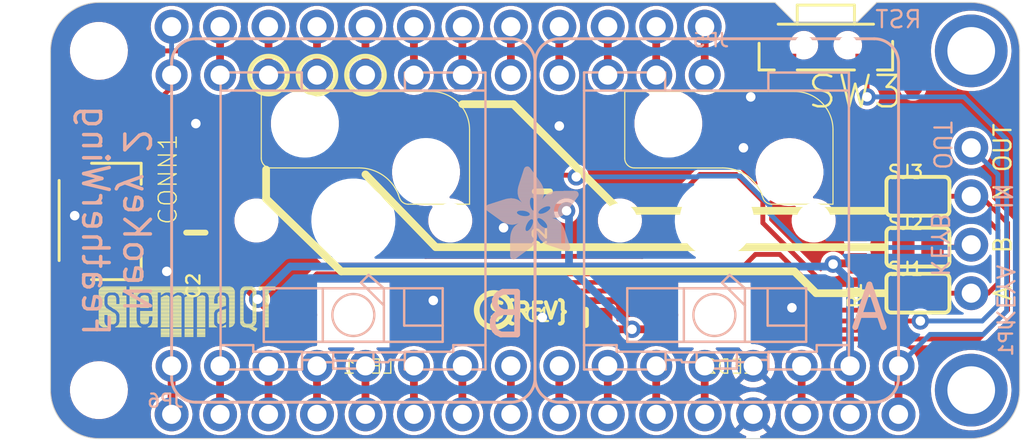
<source format=kicad_pcb>
(kicad_pcb (version 20221018) (generator pcbnew)
  (layers (0 "F.Cu" signal) (31 "B.Cu" signal) (34 "B.Paste" user) (35 "F.Paste" user) (36 "B.SilkS" user "B.Silkscreen") (37 "F.SilkS" user "F.Silkscreen") (38 "B.Mask" user) (39 "F.Mask" user) (44 "Edge.Cuts" user))
  (net 0 "")
  (net 1 "GND")
  (net 2 "SWITCHA")
  (net 3 "NEO_OUT")
  (net 4 "VBAT")
  (net 5 "EN")
  (net 6 "USB")
  (net 7 "N")
  (net 8 "M")
  (net 9 "L")
  (net 10 "K")
  (net 11 "J")
  (net 12 "I")
  (net 13 "H")
  (net 14 "SCL")
  (net 15 "SDA")
  (net 16 "G")
  (net 17 "RX")
  (net 18 "MISO")
  (net 19 "MOSI")
  (net 20 "SCK")
  (net 21 "F")
  (net 22 "E")
  (net 23 "D")
  (net 24 "C")
  (net 25 "B")
  (net 26 "A")
  (net 27 "AREF")
  (net 28 "~{RESET}")
  (net 29 "SWITCHB")
  (net 30 "N$26")
  (net 31 "TX")
  (net 32 "NEO_IN")
  (net 33 "3.3V")
  (footprint "working:0603-NO" (layer "F.Cu") (at 151.1681 110.0836 180)
    (fp_text reference "C1" (at 1.778 0.127) (layer "F.SilkS") (effects (font (size 0.692831 0.692831) (thickness 0.119969)) (justify right)))
    (fp_text value "1uF")
    (pad "1" smd rect (at -0.85 0 180) (size 1.075 1) (layers "F.Cu" "F.Paste" "F.Mask") (net 33 "3.3V"))
    (pad "2" smd rect (at 0.85 0 180) (size 1.075 1) (layers "F.Cu" "F.Paste" "F.Mask") (net 1 "GND"))
  )
  (footprint "working:0603-NO" (layer "F.Cu") (at 148.8821 103.4796 -90)
    (fp_text reference "R2" (at 1.778 0.127 90) (layer "F.SilkS") (effects (font (size 0.692831 0.692831) (thickness 0.119969)) (justify right)))
    (fp_text value "100K")
    (pad "1" smd rect (at -0.85 0 270) (size 1.075 1) (layers "F.Cu" "F.Paste" "F.Mask") (net 29 "SWITCHB"))
    (pad "2" smd rect (at 0.85 0 270) (size 1.075 1) (layers "F.Cu" "F.Paste" "F.Mask") (net 33 "3.3V"))
  )
  (footprint "working:0603-NO" (layer "F.Cu") (at 165.3921 106.4006 -90)
    (fp_text reference "R1" (at 1.778 0.127 90) (layer "F.SilkS") (effects (font (size 0.692831 0.692831) (thickness 0.119969)) (justify right)))
    (fp_text value "100K")
    (pad "1" smd rect (at -0.85 0 270) (size 1.075 1) (layers "F.Cu" "F.Paste" "F.Mask") (net 2 "SWITCHA"))
    (pad "2" smd rect (at 0.85 0 270) (size 1.075 1) (layers "F.Cu" "F.Paste" "F.Mask") (net 33 "3.3V"))
  )
  (footprint "working:SPST_TACTILE_RA" (layer "F.Cu") (at 163.7411 96.1136 180)
    (fp_text reference "SW3" (at -4.131 -2.149) (layer "F.SilkS") (effects (font (size 1.647139 1.647139) (thickness 0.130861)) (justify right)))
    (fp_text value "" hide)
    (pad "" np_thru_hole circle (at -1.15 0.3 180) (size 1 1) (drill 1) (layers "*.Cu" "*.Mask"))
    (pad "" np_thru_hole circle (at 1.15 0.3 180) (size 1 1) (drill 1) (layers "*.Cu" "*.Mask"))
    (pad "1" smd rect (at -2.1 -0.9 270) (size 1.5 1.1) (layers "F.Cu" "F.Paste" "F.Mask") (net 28 "~{RESET}"))
    (pad "2" smd rect (at 2.1 -0.9 270) (size 1.5 1.1) (layers "F.Cu" "F.Paste" "F.Mask") (net 1 "GND"))
    (pad "MT1" smd rect (at -3.175 0.9) (size 1.75 1) (layers "F.Cu" "F.Paste" "F.Mask"))
    (pad "MT2" smd rect (at 3.075 0.9) (size 1.75 1) (layers "F.Cu" "F.Paste" "F.Mask"))
  )
  (footprint "working:STEMMAQT" (layer "F.Cu") (at 125.6411 111.0996)
    (fp_text reference "U$11" hide)
    (fp_text value "" hide)
  )
  (footprint "working:SOLDERJUMPER_CLOSEDWIRE" (layer "F.Cu") (at 168.5671 103.7336)
    (fp_text reference "SJ3" (at -1.651 -1.27) (layer "F.SilkS") (effects (font (size 0.692831 0.692831) (thickness 0.119969)) (justify left)))
    (fp_text value "")
    (pad "1" smd rect (at -0.762 0) (size 1.1684 1.6002) (layers "F.Cu") (net 11 "J"))
    (pad "2" smd rect (at 0.762 0) (size 1.1684 1.6002) (layers "F.Cu") (net 32 "NEO_IN"))
    (pad "WIRE" smd rect (at 0 0 180) (size 0.635 0.2032) (layers "F.Cu"))
  )
  (footprint "working:FIDUCIAL_1MM" (layer "F.Cu") (at 168.3131 98.0186)
    (fp_text reference "FID1" hide)
    (fp_text value "FIDUCIAL_1MM" hide)
    (pad "1" smd roundrect (at 0 0) (size 1 1) (layers "F.Cu" "F.Mask") (roundrect_rratio 0.5))
  )
  (footprint "working:JST_SH4" (layer "F.Cu") (at 125.6411 105.0036 -90)
    (fp_text reference "CONN1" (at -4.6 -3.614 90) (layer "F.SilkS") (effects (font (size 0.941222 0.941222) (thickness 0.074778)) (justify right)))
    (fp_text value "STEMMA_I2C_QT" hide)
    (pad "1" smd rect (at -1.5 -2.514) (size 1.55 0.6) (layers "F.Cu" "F.Paste" "F.Mask") (net 1 "GND"))
    (pad "2" smd rect (at -0.5 -2.514) (size 1.55 0.6) (layers "F.Cu" "F.Paste" "F.Mask") (net 33 "3.3V"))
    (pad "3" smd rect (at 0.5 -2.514) (size 1.55 0.6) (layers "F.Cu" "F.Paste" "F.Mask") (net 15 "SDA"))
    (pad "4" smd rect (at 1.5 -2.514) (size 1.55 0.6) (layers "F.Cu" "F.Paste" "F.Mask") (net 14 "SCL"))
    (pad "MT1" smd rect (at -2.8 1.386) (size 1.8 1.2) (layers "F.Cu" "F.Paste" "F.Mask") (net 1 "GND"))
    (pad "MT2" smd rect (at 2.8 1.386) (size 1.8 1.2) (layers "F.Cu" "F.Paste" "F.Mask") (net 1 "GND"))
  )
  (footprint "working:SOLDERJUMPER_CLOSEDWIRE" (layer "F.Cu") (at 168.5671 106.4006)
    (fp_text reference "SJ2" (at -1.651 -1.27) (layer "F.SilkS") (effects (font (size 0.692831 0.692831) (thickness 0.119969)) (justify left)))
    (fp_text value "")
    (pad "1" smd rect (at -0.762 0) (size 1.1684 1.6002) (layers "F.Cu") (net 12 "I"))
    (pad "2" smd rect (at 0.762 0) (size 1.1684 1.6002) (layers "F.Cu") (net 29 "SWITCHB"))
    (pad "WIRE" smd rect (at 0 0 180) (size 0.635 0.2032) (layers "F.Cu"))
  )
  (footprint "working:PCBFEAT-REV-040" (layer "F.Cu") (at 146.3421 109.7026)
    (fp_text reference "U$8" hide)
    (fp_text value "" hide)
    (fp_text user "${REV}" (at -0.3556 0.508) (layer "F.SilkS") (effects (font (size 0.8128 0.8128) (thickness 0.2032)) (justify left bottom)))
  )
  (footprint "working:FIDUCIAL_1MM" (layer "F.Cu") (at 124.4981 111.3536)
    (fp_text reference "FID2" hide)
    (fp_text value "FIDUCIAL_1MM" hide)
    (pad "1" smd roundrect (at 0 0) (size 1 1) (layers "F.Cu" "F.Mask") (roundrect_rratio 0.5))
  )
  (footprint "working:SOLDERJUMPER_CLOSEDWIRE" (layer "F.Cu") (at 168.5671 108.8136)
    (fp_text reference "SJ1" (at -1.651 -1.27) (layer "F.SilkS") (effects (font (size 0.692831 0.692831) (thickness 0.119969)) (justify left)))
    (fp_text value "")
    (pad "1" smd rect (at -0.762 0) (size 1.1684 1.6002) (layers "F.Cu") (net 13 "H"))
    (pad "2" smd rect (at 0.762 0) (size 1.1684 1.6002) (layers "F.Cu") (net 2 "SWITCHA"))
    (pad "WIRE" smd rect (at 0 0 180) (size 0.635 0.2032) (layers "F.Cu"))
  )
  (footprint "working:0805-NO" (layer "F.Cu") (at 130.7211 105.6386 -90)
    (fp_text reference "C2" (at 2.032 0.127 90) (layer "F.SilkS") (effects (font (size 0.692831 0.692831) (thickness 0.119969)) (justify right)))
    (fp_text value "10uF")
    (pad "1" smd rect (at -0.95 0 270) (size 1.24 1.5) (layers "F.Cu" "F.Paste" "F.Mask") (net 33 "3.3V"))
    (pad "2" smd rect (at 0.95 0 270) (size 1.24 1.5) (layers "F.Cu" "F.Paste" "F.Mask") (net 1 "GND"))
  )
  (footprint "working:ADAFRUIT_5MM" (layer "B.Cu") (at 150.7871 107.0356 180)
    (fp_text reference "U$7" hide)
    (fp_text value "" hide)
  )
  (footprint "working:1X16_ROUND" (layer "B.Cu") (at 148.5011 112.6236)
    (fp_text reference "JP6" (at -20.3962 1.8288) (layer "B.SilkS") (effects (font (size 0.692831 0.692831) (thickness 0.119969)) (justify right mirror)))
    (fp_text value "")
    (pad "1" thru_hole circle (at -19.05 0 270) (size 1.6764 1.6764) (drill 1) (layers "*.Cu" "*.Mask") (net 16 "G"))
    (pad "2" thru_hole circle (at -16.51 0 270) (size 1.6764 1.6764) (drill 1) (layers "*.Cu" "*.Mask") (net 31 "TX"))
    (pad "3" thru_hole circle (at -13.97 0 270) (size 1.6764 1.6764) (drill 1) (layers "*.Cu" "*.Mask") (net 17 "RX"))
    (pad "4" thru_hole circle (at -11.43 0 270) (size 1.6764 1.6764) (drill 1) (layers "*.Cu" "*.Mask") (net 18 "MISO"))
    (pad "5" thru_hole circle (at -8.89 0 270) (size 1.6764 1.6764) (drill 1) (layers "*.Cu" "*.Mask") (net 19 "MOSI"))
    (pad "6" thru_hole circle (at -6.35 0 270) (size 1.6764 1.6764) (drill 1) (layers "*.Cu" "*.Mask") (net 20 "SCK"))
    (pad "7" thru_hole circle (at -3.81 0 270) (size 1.6764 1.6764) (drill 1) (layers "*.Cu" "*.Mask") (net 21 "F"))
    (pad "8" thru_hole circle (at -1.27 0 270) (size 1.6764 1.6764) (drill 1) (layers "*.Cu" "*.Mask") (net 22 "E"))
    (pad "9" thru_hole circle (at 1.27 0 270) (size 1.6764 1.6764) (drill 1) (layers "*.Cu" "*.Mask") (net 23 "D"))
    (pad "10" thru_hole circle (at 3.81 0 270) (size 1.6764 1.6764) (drill 1) (layers "*.Cu" "*.Mask") (net 24 "C"))
    (pad "11" thru_hole circle (at 6.35 0 270) (size 1.6764 1.6764) (drill 1) (layers "*.Cu" "*.Mask") (net 25 "B"))
    (pad "12" thru_hole circle (at 8.89 0 270) (size 1.6764 1.6764) (drill 1) (layers "*.Cu" "*.Mask") (net 26 "A"))
    (pad "13" thru_hole circle (at 11.43 0 270) (size 1.6764 1.6764) (drill 1) (layers "*.Cu" "*.Mask") (net 1 "GND"))
    (pad "14" thru_hole circle (at 13.97 0 270) (size 1.6764 1.6764) (drill 1) (layers "*.Cu" "*.Mask") (net 27 "AREF"))
    (pad "15" thru_hole circle (at 16.51 0 270) (size 1.6764 1.6764) (drill 1) (layers "*.Cu" "*.Mask") (net 33 "3.3V"))
    (pad "16" thru_hole circle (at 19.05 0 270) (size 1.6764 1.6764) (drill 1) (layers "*.Cu" "*.Mask") (net 28 "~{RESET}"))
  )
  (footprint "working:1X04_ROUND" (layer "B.Cu") (at 171.3611 105.0036 90)
    (fp_text reference "JP1" (at -5.1562 1.8288 90) (layer "B.SilkS") (effects (font (size 0.692831 0.692831) (thickness 0.119969)) (justify left mirror)))
    (fp_text value "")
    (pad "1" thru_hole circle (at -3.81 0) (size 1.778 1.778) (drill 1) (layers "*.Cu" "*.Mask") (net 2 "SWITCHA"))
    (pad "2" thru_hole circle (at -1.27 0) (size 1.778 1.778) (drill 1) (layers "*.Cu" "*.Mask") (net 29 "SWITCHB"))
    (pad "3" thru_hole circle (at 1.27 0) (size 1.778 1.778) (drill 1) (layers "*.Cu" "*.Mask") (net 32 "NEO_IN"))
    (pad "4" thru_hole circle (at 3.81 0) (size 1.778 1.778) (drill 1) (layers "*.Cu" "*.Mask") (net 3 "NEO_OUT"))
  )
  (footprint "working:FEATHERWING_NODIM" (layer "B.Cu") (at 173.9011 116.4336 180)
    (fp_text reference "MS1" hide)
    (fp_text value "FEATHERWING_NODIM" hide)
    (pad "" np_thru_hole circle (at 48.26 2.54 180) (size 2.54 2.54) (drill 2.54) (layers "*.Cu" "*.Mask"))
    (pad "" np_thru_hole circle (at 48.26 20.32 180) (size 2.54 2.54) (drill 2.54) (layers "*.Cu" "*.Mask"))
    (pad "1" thru_hole circle (at 6.35 1.27 180) (size 1.778 1.778) (drill 1) (layers "*.Cu" "*.Mask") (net 28 "~{RESET}"))
    (pad "2" thru_hole circle (at 8.89 1.27 180) (size 1.778 1.778) (drill 1) (layers "*.Cu" "*.Mask") (net 33 "3.3V"))
    (pad "3" thru_hole circle (at 11.43 1.27 180) (size 1.778 1.778) (drill 1) (layers "*.Cu" "*.Mask") (net 27 "AREF"))
    (pad "4" thru_hole circle (at 13.97 1.27 180) (size 1.778 1.778) (drill 1) (layers "*.Cu" "*.Mask") (net 1 "GND"))
    (pad "5" thru_hole circle (at 16.51 1.27 180) (size 1.778 1.778) (drill 1) (layers "*.Cu" "*.Mask") (net 26 "A"))
    (pad "6" thru_hole circle (at 19.05 1.27 180) (size 1.778 1.778) (drill 1) (layers "*.Cu" "*.Mask") (net 25 "B"))
    (pad "7" thru_hole circle (at 21.59 1.27 180) (size 1.778 1.778) (drill 1) (layers "*.Cu" "*.Mask") (net 24 "C"))
    (pad "8" thru_hole circle (at 24.13 1.27 180) (size 1.778 1.778) (drill 1) (layers "*.Cu" "*.Mask") (net 23 "D"))
    (pad "9" thru_hole circle (at 26.67 1.27 180) (size 1.778 1.778) (drill 1) (layers "*.Cu" "*.Mask") (net 22 "E"))
    (pad "10" thru_hole circle (at 29.21 1.27 180) (size 1.778 1.778) (drill 1) (layers "*.Cu" "*.Mask") (net 21 "F"))
    (pad "11" thru_hole circle (at 31.75 1.27 180) (size 1.778 1.778) (drill 1) (layers "*.Cu" "*.Mask") (net 20 "SCK"))
    (pad "12" thru_hole circle (at 34.29 1.27 180) (size 1.778 1.778) (drill 1) (layers "*.Cu" "*.Mask") (net 19 "MOSI"))
    (pad "13" thru_hole circle (at 36.83 1.27 180) (size 1.778 1.778) (drill 1) (layers "*.Cu" "*.Mask") (net 18 "MISO"))
    (pad "14" thru_hole circle (at 39.37 1.27 180) (size 1.778 1.778) (drill 1) (layers "*.Cu" "*.Mask") (net 17 "RX"))
    (pad "15" thru_hole circle (at 41.91 1.27 180) (size 1.778 1.778) (drill 1) (layers "*.Cu" "*.Mask") (net 31 "TX"))
    (pad "16" thru_hole circle (at 44.45 1.27 180) (size 1.778 1.778) (drill 1) (layers "*.Cu" "*.Mask") (net 16 "G"))
    (pad "17" thru_hole circle (at 44.45 21.59 180) (size 1.778 1.778) (drill 1) (layers "*.Cu" "*.Mask") (net 15 "SDA"))
    (pad "18" thru_hole circle (at 41.91 21.59 180) (size 1.778 1.778) (drill 1) (layers "*.Cu" "*.Mask") (net 14 "SCL"))
    (pad "19" thru_hole circle (at 39.37 21.59 180) (size 1.778 1.778) (drill 1) (layers "*.Cu" "*.Mask") (net 13 "H"))
    (pad "20" thru_hole circle (at 36.83 21.59 180) (size 1.778 1.778) (drill 1) (layers "*.Cu" "*.Mask") (net 12 "I"))
    (pad "21" thru_hole circle (at 34.29 21.59 180) (size 1.778 1.778) (drill 1) (layers "*.Cu" "*.Mask") (net 11 "J"))
    (pad "22" thru_hole circle (at 31.75 21.59 180) (size 1.778 1.778) (drill 1) (layers "*.Cu" "*.Mask") (net 10 "K"))
    (pad "23" thru_hole circle (at 29.21 21.59 180) (size 1.778 1.778) (drill 1) (layers "*.Cu" "*.Mask") (net 9 "L"))
    (pad "24" thru_hole circle (at 26.67 21.59 180) (size 1.778 1.778) (drill 1) (layers "*.Cu" "*.Mask") (net 8 "M"))
    (pad "25" thru_hole circle (at 24.13 21.59 180) (size 1.778 1.778) (drill 1) (layers "*.Cu" "*.Mask") (net 7 "N"))
    (pad "26" thru_hole circle (at 21.59 21.59 180) (size 1.778 1.778) (drill 1) (layers "*.Cu" "*.Mask") (net 6 "USB"))
    (pad "27" thru_hole circle (at 19.05 21.59 180) (size 1.778 1.778) (drill 1) (layers "*.Cu" "*.Mask") (net 5 "EN"))
    (pad "28" thru_hole circle (at 16.51 21.59 180) (size 1.778 1.778) (drill 1) (layers "*.Cu" "*.Mask") (net 4 "VBAT"))
    (pad "P$1" thru_hole circle (at 2.54 20.32 180) (size 3.81 3.81) (drill 2.5) (layers "*.Cu" "*.Mask"))
    (pad "P$2" thru_hole circle (at 2.54 2.54 180) (size 3.81 3.81) (drill 2.5) (layers "*.Cu" "*.Mask"))
  )
  (footprint "working:KAILH_SOCKET" (layer "B.Cu") (at 138.9761 105.0036 180)
    (fp_text reference "SW2" hide)
    (fp_text value "MX" hide)
    (pad "" np_thru_hole circle (at -5.08 0 180) (size 1.8135 1.8135) (drill 1.8135) (layers "*.Cu" "*.Mask"))
    (pad "" np_thru_hole circle (at -3.81 2.54 180) (size 3.0635 3.0635) (drill 3.0635) (layers "*.Cu" "*.Mask"))
    (pad "" np_thru_hole circle (at 0 0 180) (size 3.9 3.9) (drill 3.9) (layers "*.Cu" "*.Mask"))
    (pad "" np_thru_hole circle (at 2.54 5.08 180) (size 3.0635 3.0635) (drill 3.0635) (layers "*.Cu" "*.Mask"))
    (pad "" np_thru_hole circle (at 5.08 0 180) (size 1.8135 1.8135) (drill 1.8135) (layers "*.Cu" "*.Mask"))
    (pad "1" smd rect (at 6.09 5.08) (size 2.55 2.5) (layers "F.Cu" "F.Paste" "F.Mask") (net 1 "GND"))
    (pad "2" smd rect (at -7.36 2.5) (size 2.55 2.5) (layers "F.Cu" "F.Paste" "F.Mask") (net 29 "SWITCHB"))
  )
  (footprint "working:KAILH_SOCKET" (layer "B.Cu") (at 158.0261 105.0036 180)
    (fp_text reference "SW1" hide)
    (fp_text value "MX" hide)
    (pad "" np_thru_hole circle (at -5.08 0 180) (size 1.8135 1.8135) (drill 1.8135) (layers "*.Cu" "*.Mask"))
    (pad "" np_thru_hole circle (at -3.81 2.54 180) (size 3.0635 3.0635) (drill 3.0635) (layers "*.Cu" "*.Mask"))
    (pad "" np_thru_hole circle (at 0 0 180) (size 3.9 3.9) (drill 3.9) (layers "*.Cu" "*.Mask"))
    (pad "" np_thru_hole circle (at 2.54 5.08 180) (size 3.0635 3.0635) (drill 3.0635) (layers "*.Cu" "*.Mask"))
    (pad "" np_thru_hole circle (at 5.08 0 180) (size 1.8135 1.8135) (drill 1.8135) (layers "*.Cu" "*.Mask"))
    (pad "1" smd rect (at 6.09 5.08) (size 2.55 2.5) (layers "F.Cu" "F.Paste" "F.Mask") (net 1 "GND"))
    (pad "2" smd rect (at -7.36 2.5) (size 2.55 2.5) (layers "F.Cu" "F.Paste" "F.Mask") (net 2 "SWITCHA"))
  )
  (footprint "working:NEO3535_REVERSE" (layer "B.Cu") (at 138.9761 109.9566 180)
    (fp_text reference "LED1" (at -2.1875 -2.7075) (layer "F.SilkS") (effects (font (size 0.739648 0.739648) (thickness 0.073152)) (justify left mirror)))
    (fp_text value "WS2812B_SK6812E" hide)
    (pad "1-VDD" smd rect (at 2.65 -0.75 180) (size 1.2 0.9) (layers "F.Cu" "F.Paste" "F.Mask") (net 33 "3.3V"))
    (pad "2-DOUT" smd rect (at 2.65 0.75 180) (size 1.2 0.9) (layers "F.Cu" "F.Paste" "F.Mask") (net 3 "NEO_OUT"))
    (pad "3-GND" smd rect (at -2.65 0.75 180) (size 1.2 0.9) (layers "F.Cu" "F.Paste" "F.Mask") (net 1 "GND"))
    (pad "4-DIN" smd rect (at -2.65 -0.75 180) (size 1.2 0.9) (layers "F.Cu" "F.Paste" "F.Mask") (net 30 "N$26"))
    (zone (net 0) (net_name "") (layer "F.Cu") (connect_pads (clearance 0)) (min_thickness 0.25)
      (keepout (tracks not_allowed) (vias not_allowed) (pads not_allowed) (copperpour not_allowed) (footprints allowed))
      (fill (thermal_gap 0.5) (thermal_bridge_width 0.5))
      (polygon (pts (xy 140.8761 111.6566) (xy 137.0761 111.6566) (xy 137.0761 108.2566) (xy 140.8761 108.2566)))
    )
    (zone (net 0) (net_name "") (layer "B.Cu") (connect_pads (clearance 0)) (min_thickness 0.25)
      (keepout (tracks not_allowed) (vias not_allowed) (pads not_allowed) (copperpour not_allowed) (footprints allowed))
      (fill (thermal_gap 0.5) (thermal_bridge_width 0.5))
      (polygon (pts (xy 140.8761 111.6566) (xy 137.0761 111.6566) (xy 137.0761 108.2566) (xy 140.8761 108.2566)))
    )
  )
  (footprint "working:1X12_ROUND" (layer "B.Cu") (at 143.4211 97.3836 180)
    (fp_text reference "JP5" (at -15.3162 1.8288) (layer "B.SilkS") (effects (font (size 0.692831 0.692831) (thickness 0.119969)) (justify left mirror)))
    (fp_text value "")
    (pad "1" thru_hole circle (at -13.97 0 90) (size 1.6764 1.6764) (drill 1) (layers "*.Cu" "*.Mask") (net 4 "VBAT"))
    (pad "2" thru_hole circle (at -11.43 0 90) (size 1.6764 1.6764) (drill 1) (layers "*.Cu" "*.Mask") (net 5 "EN"))
    (pad "3" thru_hole circle (at -8.89 0 90) (size 1.6764 1.6764) (drill 1) (layers "*.Cu" "*.Mask") (net 6 "USB"))
    (pad "4" thru_hole circle (at -6.35 0 90) (size 1.6764 1.6764) (drill 1) (layers "*.Cu" "*.Mask") (net 7 "N"))
    (pad "5" thru_hole circle (at -3.81 0 90) (size 1.6764 1.6764) (drill 1) (layers "*.Cu" "*.Mask") (net 8 "M"))
    (pad "6" thru_hole circle (at -1.27 0 90) (size 1.6764 1.6764) (drill 1) (layers "*.Cu" "*.Mask") (net 9 "L"))
    (pad "7" thru_hole circle (at 1.27 0 90) (size 1.6764 1.6764) (drill 1) (layers "*.Cu" "*.Mask") (net 10 "K"))
    (pad "8" thru_hole circle (at 3.81 0 90) (size 1.6764 1.6764) (drill 1) (layers "*.Cu" "*.Mask") (net 11 "J"))
    (pad "9" thru_hole circle (at 6.35 0 90) (size 1.6764 1.6764) (drill 1) (layers "*.Cu" "*.Mask") (net 12 "I"))
    (pad "10" thru_hole circle (at 8.89 0 90) (size 1.6764 1.6764) (drill 1) (layers "*.Cu" "*.Mask") (net 13 "H"))
    (pad "11" thru_hole circle (at 11.43 0 90) (size 1.6764 1.6764) (drill 1) (layers "*.Cu" "*.Mask") (net 14 "SCL"))
    (pad "12" thru_hole circle (at 13.97 0 90) (size 1.6764 1.6764) (drill 1) (layers "*.Cu" "*.Mask") (net 15 "SDA"))
  )
  (footprint "working:NEO3535_REVERSE" (layer "B.Cu") (at 157.8991 109.9566 180)
    (fp_text reference "LED2" (at -2.1875 -2.7075) (layer "F.SilkS") (effects (font (size 0.739648 0.739648) (thickness 0.073152)) (justify left mirror)))
    (fp_text value "WS2812B_SK6812E" hide)
    (pad "1-VDD" smd rect (at 2.65 -0.75 180) (size 1.2 0.9) (layers "F.Cu" "F.Paste" "F.Mask") (net 33 "3.3V"))
    (pad "2-DOUT" smd rect (at 2.65 0.75 180) (size 1.2 0.9) (layers "F.Cu" "F.Paste" "F.Mask") (net 30 "N$26"))
    (pad "3-GND" smd rect (at -2.65 0.75 180) (size 1.2 0.9) (layers "F.Cu" "F.Paste" "F.Mask") (net 1 "GND"))
    (pad "4-DIN" smd rect (at -2.65 -0.75 180) (size 1.2 0.9) (layers "F.Cu" "F.Paste" "F.Mask") (net 32 "NEO_IN"))
    (zone (net 0) (net_name "") (layer "F.Cu") (connect_pads (clearance 0)) (min_thickness 0.25)
      (keepout (tracks not_allowed) (vias not_allowed) (pads not_allowed) (copperpour not_allowed) (footprints allowed))
      (fill (thermal_gap 0.5) (thermal_bridge_width 0.5))
      (polygon (pts (xy 159.7991 111.6566) (xy 155.9991 111.6566) (xy 155.9991 108.2566) (xy 159.7991 108.2566)))
    )
    (zone (net 0) (net_name "") (layer "B.Cu") (connect_pads (clearance 0)) (min_thickness 0.25)
      (keepout (tracks not_allowed) (vias not_allowed) (pads not_allowed) (copperpour not_allowed) (footprints allowed))
      (fill (thermal_gap 0.5) (thermal_bridge_width 0.5))
      (polygon (pts (xy 159.7991 111.6566) (xy 155.9991 111.6566) (xy 155.9991 108.2566) (xy 159.7991 108.2566)))
    )
  )
  (gr_line (start 166.7891 106.4006) (end 143.2941 106.4006) (stroke (width 0.4064)) (layer "F.SilkS"))
  (gr_line (start 134.4041 103.8606) (end 134.4041 102.3366) (stroke (width 0.4064)) (layer "F.SilkS"))
  (gr_circle (center 134.5311 97.3836) (end 135.523 97.3836) (stroke (width 0.254)) (fill none) (layer "F.SilkS"))
  (gr_circle (center 139.6111 97.3836) (end 140.603 97.3836) (stroke (width 0.254)) (fill none) (layer "F.SilkS"))
  (gr_circle (center 137.0711 97.3836) (end 138.063 97.3836) (stroke (width 0.254)) (fill none) (layer "F.SilkS"))
  (gr_line (start 166.7891 108.8136) (end 163.2331 108.8136) (stroke (width 0.4064)) (layer "F.SilkS"))
  (gr_line (start 143.2941 106.4006) (end 139.6111 102.5906) (stroke (width 0.4064)) (layer "F.SilkS"))
  (gr_line (start 138.3411 107.6706) (end 134.4041 103.8606) (stroke (width 0.4064)) (layer "F.SilkS"))
  (gr_line (start 147.3581 98.9076) (end 144.6911 98.9076) (stroke (width 0.4064)) (layer "F.SilkS"))
  (gr_line (start 152.9461 104.4956) (end 147.3581 98.9076) (stroke (width 0.4064)) (layer "F.SilkS"))
  (gr_line (start 166.7891 104.4956) (end 152.9461 104.4956) (stroke (width 0.4064)) (layer "F.SilkS"))
  (gr_line (start 163.2331 108.8136) (end 162.0901 107.6706) (stroke (width 0.4064)) (layer "F.SilkS"))
  (gr_line (start 162.0901 107.6706) (end 138.3411 107.6706) (stroke (width 0.4064)) (layer "F.SilkS"))
  (gr_line (start 173.9011 96.1136) (end 173.9011 113.8936) (stroke (width 0.05)) (layer "Edge.Cuts"))
  (gr_arc (start 171.3611 93.5736) (mid 173.157151 94.317549) (end 173.9011 96.1136) (stroke (width 0.05)) (layer "Edge.Cuts"))
  (gr_line (start 123.1011 113.8936) (end 123.1011 96.1136) (stroke (width 0.05)) (layer "Edge.Cuts"))
  (gr_arc (start 173.9011 113.8936) (mid 173.157151 115.689651) (end 171.3611 116.4336) (stroke (width 0.05)) (layer "Edge.Cuts"))
  (gr_line (start 171.3611 116.4336) (end 125.6411 116.4336) (stroke (width 0.05)) (layer "Edge.Cuts"))
  (gr_line (start 161.0741 93.5736) (end 162.0901 94.5896) (stroke (width 0.05)) (layer "Edge.Cuts"))
  (gr_arc (start 125.6411 116.4336) (mid 123.845049 115.689651) (end 123.1011 113.8936) (stroke (width 0.05)) (layer "Edge.Cuts"))
  (gr_line (start 162.0901 94.5896) (end 165.3921 94.5896) (stroke (width 0.05)) (layer "Edge.Cuts"))
  (gr_line (start 125.6411 93.5736) (end 161.0741 93.5736) (stroke (width 0.05)) (layer "Edge.Cuts"))
  (gr_line (start 166.4081 93.5736) (end 171.3611 93.5736) (stroke (width 0.05)) (layer "Edge.Cuts"))
  (gr_arc (start 123.1011 96.1136) (mid 123.845049 94.317549) (end 125.6411 93.5736) (stroke (width 0.05)) (layer "Edge.Cuts"))
  (gr_line (start 165.3921 94.5896) (end 166.4081 93.5736) (stroke (width 0.05)) (layer "Edge.Cuts"))
  (gr_text "OUT" (at 169.8371 101.0666 -90) (layer "B.SilkS") (effects (font (size 0.89408 0.89408) (thickness 0.12192)) (justify mirror)))
  (gr_text "B" (at 146.9771 109.9566) (layer "B.SilkS") (effects (font (size 2.2352 2.2352) (thickness 0.3048)) (justify mirror)))
  (gr_text "KEYA" (at 173.1391 108.9406 -90) (layer "B.SilkS") (effects (font (size 0.89408 0.89408) (thickness 0.12192)) (justify mirror)))
  (gr_text "KEYB" (at 169.7101 106.2736 -90) (layer "B.SilkS") (effects (font (size 0.89408 0.89408) (thickness 0.12192)) (justify mirror)))
  (gr_text "RST" (at 167.5511 94.4626) (layer "B.SilkS") (effects (font (size 0.89408 0.89408) (thickness 0.12192)) (justify mirror)))
  (gr_text "NeoKey 2\nFeatherWing" (at 126.5301 105.0036 -90) (layer "B.SilkS") (effects (font (size 1.34112 1.34112) (thickness 0.18288)) (justify mirror)))
  (gr_text "A" (at 166.0271 109.5756) (layer "B.SilkS") (effects (font (size 2.2352 2.2352) (thickness 0.3048)) (justify mirror)))
  (gr_text "IN" (at 173.0121 103.7336 -90) (layer "B.SilkS") (effects (font (size 0.89408 0.89408) (thickness 0.12192)) (justify mirror)))
  (gr_text "B" (at 173.0121 106.2736 90) (layer "F.SilkS") (effects (font (size 0.89408 0.89408) (thickness 0.12192))))
  (gr_text "OUT" (at 173.0121 101.1936 90) (layer "F.SilkS") (effects (font (size 0.89408 0.89408) (thickness 0.12192))))
  (gr_text "A" (at 173.0121 108.8136 90) (layer "F.SilkS") (effects (font (size 0.89408 0.89408) (thickness 0.12192))))
  (gr_text "IN" (at 173.0121 103.7336 90) (layer "F.SilkS") (effects (font (size 0.89408 0.89408) (thickness 0.12192))))
  (via (at 130.7211 99.9236) (size 0.9064) (drill 0.5) (layers "F.Cu" "B.Cu") (net 1))
  (via (at 129.1971 107.6706) (size 0.9064) (drill 0.5) (layers "F.Cu" "B.Cu") (net 1))
  (via (at 124.3711 104.7496) (size 0.9064) (drill 0.5) (layers "F.Cu" "B.Cu") (net 1))
  (via (at 149.7711 100.0506) (size 0.9064) (drill 0.5) (layers "F.Cu" "B.Cu") (net 1))
  (via (at 143.1671 109.1946) (size 0.9064) (drill 0.5) (layers "F.Cu" "B.Cu") (net 1))
  (via (at 159.4231 101.1936) (size 0.9064) (drill 0.5) (layers "F.Cu" "B.Cu") (net 1))
  (via (at 161.9631 109.5756) (size 0.9064) (drill 0.5) (layers "F.Cu" "B.Cu") (net 1))
  (via (at 159.8041 98.5266) (size 0.9064) (drill 0.5) (layers "F.Cu" "B.Cu") (net 1))
  (via (at 148.8821 110.0836) (size 0.9064) (drill 0.5) (layers "F.Cu" "B.Cu") (net 1))
  (via (at 146.8501 105.3846) (size 0.9064) (drill 0.5) (layers "F.Cu" "B.Cu") (net 1))
  (segment (start 169.3291 108.8136) (end 171.3611 108.8136) (width 0.254) (layer "F.Cu") (net 2))
  (segment (start 165.3861 102.5036) (end 165.3861 104.6166) (width 0.254) (layer "F.Cu") (net 2))
  (segment (start 165.3921 105.5506) (end 165.3921 105.0036) (width 0.4064) (layer "F.Cu") (net 2))
  (segment (start 165.8239 105.0544) (end 172.3009 105.0544) (width 0.254) (layer "F.Cu") (net 2))
  (segment (start 172.7581 105.5116) (end 172.7581 108.3056) (width 0.254) (layer "F.Cu") (net 2))
  (segment (start 172.3009 105.0544) (end 172.7581 105.5116) (width 0.254) (layer "F.Cu") (net 2))
  (segment (start 172.7581 108.3056) (end 172.2501 108.8136) (width 0.254) (layer "F.Cu") (net 2))
  (segment (start 165.5826 104.8131) (end 165.8239 105.0544) (width 0.254) (layer "F.Cu") (net 2))
  (segment (start 165.3861 104.6166) (end 165.5826 104.8131) (width 0.254) (layer "F.Cu") (net 2))
  (segment (start 172.2501 108.8136) (end 171.3611 108.8136) (width 0.254) (layer "F.Cu") (net 2))
  (segment (start 165.3921 105.0036) (end 165.5826 104.8131) (width 0.4064) (layer "F.Cu") (net 2))
  (segment (start 137.0711 107.7976) (end 161.697518 107.7976) (width 0.254) (layer "F.Cu") (net 3))
  (segment (start 136.3261 109.2066) (end 136.3261 108.5426) (width 0.254) (layer "F.Cu") (net 3))
  (segment (start 161.697518 107.7976) (end 164.170018 110.2701) (width 0.254) (layer "F.Cu") (net 3))
  (segment (start 136.3261 108.5426) (end 137.0711 107.7976) (width 0.254) (layer "F.Cu") (net 3))
  (segment (start 164.170018 110.2701) (end 168.6941 110.2701) (width 0.254) (layer "F.Cu") (net 3))
  (via (at 168.6941 110.2701) (size 0.9064) (drill 0.5) (layers "F.Cu" "B.Cu") (net 3))
  (segment (start 172.7581 102.5906) (end 171.3611 101.1936) (width 0.254) (layer "B.Cu") (net 3))
  (segment (start 171.9366 110.2701) (end 172.7581 109.4486) (width 0.254) (layer "B.Cu") (net 3))
  (segment (start 168.6941 110.2701) (end 171.9366 110.2701) (width 0.254) (layer "B.Cu") (net 3))
  (segment (start 172.7581 109.4486) (end 172.7581 102.5906) (width 0.254) (layer "B.Cu") (net 3))
  (segment (start 157.3911 94.8436) (end 157.3911 97.3836) (width 0.4064) (layer "F.Cu") (net 4))
  (segment (start 154.8511 97.3836) (end 154.8511 94.8436) (width 0.4064) (layer "F.Cu") (net 5))
  (segment (start 152.3111 97.3836) (end 152.3111 94.8436) (width 0.4064) (layer "F.Cu") (net 6))
  (segment (start 149.7711 94.8436) (end 149.7711 97.3836) (width 0.4064) (layer "F.Cu") (net 7))
  (segment (start 147.2311 97.3836) (end 147.2311 94.8436) (width 0.4064) (layer "F.Cu") (net 8))
  (segment (start 144.6911 94.8436) (end 144.6911 97.3836) (width 0.4064) (layer "F.Cu") (net 9))
  (segment (start 142.1511 97.3836) (end 142.1511 94.8436) (width 0.4064) (layer "F.Cu") (net 10))
  (segment (start 158.5341 99.6696) (end 166.1541 99.6696) (width 0.254) (layer "F.Cu") (net 11))
  (segment (start 150.28685 101.83635) (end 156.36735 101.83635) (width 0.254) (layer "F.Cu") (net 11))
  (segment (start 156.36735 101.83635) (end 158.5341 99.6696) (width 0.254) (layer "F.Cu") (net 11))
  (segment (start 139.6111 94.8436) (end 139.6111 97.3836) (width 0.4064) (layer "F.Cu") (net 11))
  (segment (start 139.6111 97.3836) (end 139.6111 98.9076) (width 0.254) (layer "F.Cu") (net 11))
  (segment (start 141.1351 100.4316) (end 148.8821 100.4316) (width 0.254) (layer "F.Cu") (net 11))
  (segment (start 167.8051 101.3206) (end 167.8051 103.7336) (width 0.254) (layer "F.Cu") (net 11))
  (segment (start 166.1541 99.6696) (end 167.8051 101.3206) (width 0.254) (layer "F.Cu") (net 11))
  (segment (start 139.6111 98.9076) (end 141.1351 100.4316) (width 0.254) (layer "F.Cu") (net 11))
  (segment (start 148.8821 100.4316) (end 150.28685 101.83635) (width 0.254) (layer "F.Cu") (net 11))
  (segment (start 141.6431 105.7656) (end 142.7607 106.8832) (width 0.254) (layer "F.Cu") (net 12))
  (segment (start 155.4861 105.5116) (end 155.4861 104.2416) (width 0.254) (layer "F.Cu") (net 12))
  (segment (start 160.4391 105.1306) (end 164.1221 108.8136) (width 0.254) (layer "F.Cu") (net 12))
  (segment (start 141.6431 104.1146) (end 141.6431 105.7656) (width 0.254) (layer "F.Cu") (net 12))
  (segment (start 154.1145 106.8832) (end 155.4861 105.5116) (width 0.254) (layer "F.Cu") (net 12))
  (segment (start 142.7607 106.8832) (end 154.1145 106.8832) (width 0.254) (layer "F.Cu") (net 12))
  (segment (start 160.4391 103.9876) (end 160.4391 105.1306) (width 0.254) (layer "F.Cu") (net 12))
  (segment (start 138.34885 99.131313) (end 138.34885 100.82035) (width 0.254) (layer "F.Cu") (net 12))
  (segment (start 137.0711 97.3836) (end 137.0711 97.853563) (width 0.254) (layer "F.Cu") (net 12))
  (segment (start 164.1221 108.8136) (end 165.9001 108.8136) (width 0.254) (layer "F.Cu") (net 12))
  (segment (start 137.0711 97.3836) (end 137.0711 94.8436) (width 0.4064) (layer "F.Cu") (net 12))
  (segment (start 167.8051 106.9086) (end 167.8051 106.4006) (width 0.254) (layer "F.Cu") (net 12))
  (segment (start 138.34885 100.82035) (end 141.6431 104.1146) (width 0.254) (layer "F.Cu") (net 12))
  (segment (start 155.4861 104.2416) (end 157.1371 102.5906) (width 0.254) (layer "F.Cu") (net 12))
  (segment (start 157.1371 102.5906) (end 159.0421 102.5906) (width 0.254) (layer "F.Cu") (net 12))
  (segment (start 165.9001 108.8136) (end 167.8051 106.9086) (width 0.254) (layer "F.Cu") (net 12))
  (segment (start 159.0421 102.5906) (end 160.4391 103.9876) (width 0.254) (layer "F.Cu") (net 12))
  (segment (start 137.0711 97.853563) (end 138.34885 99.131313) (width 0.254) (layer "F.Cu") (net 12))
  (segment (start 164.2491 109.7026) (end 166.9161 109.7026) (width 0.254) (layer "F.Cu") (net 13))
  (segment (start 134.5311 99.123563) (end 134.5311 97.3836) (width 0.254) (layer "F.Cu") (net 13))
  (segment (start 161.3281 106.7816) (end 160.052637 106.7816) (width 0.254) (layer "F.Cu") (net 13))
  (segment (start 137.8839 107.3404) (end 135.18385 104.64035) (width 0.254) (layer "F.Cu") (net 13))
  (segment (start 135.18385 101.376388) (end 134.52335 100.715888) (width 0.254) (layer "F.Cu") (net 13))
  (segment (start 164.2491 109.7026) (end 161.3281 106.7816) (width 0.254) (layer "F.Cu") (net 13))
  (segment (start 167.8051 108.8136) (end 166.9161 109.7026) (width 0.254) (layer "F.Cu") (net 13))
  (segment (start 134.52335 100.715888) (end 134.52335 99.131313) (width 0.254) (layer "F.Cu") (net 13))
  (segment (start 134.52335 99.131313) (end 134.5311 99.123563) (width 0.254) (layer "F.Cu") (net 13))
  (segment (start 135.18385 104.64035) (end 135.18385 101.376388) (width 0.254) (layer "F.Cu") (net 13))
  (segment (start 159.493837 107.3404) (end 137.8839 107.3404) (width 0.254) (layer "F.Cu") (net 13))
  (segment (start 134.5311 94.8436) (end 134.5311 97.3836) (width 0.4064) (layer "F.Cu") (net 13))
  (segment (start 160.052637 106.7816) (end 159.493837 107.3404) (width 0.254) (layer "F.Cu") (net 13))
  (segment (start 126.1491 106.0196) (end 126.1491 98.9076) (width 0.254) (layer "F.Cu") (net 14))
  (segment (start 126.6331 106.5036) (end 126.1491 106.0196) (width 0.254) (layer "F.Cu") (net 14))
  (segment (start 131.9911 94.8436) (end 131.9911 96.1136) (width 0.4064) (layer "F.Cu") (net 14))
  (segment (start 128.9431 96.1136) (end 131.9911 96.1136) (width 0.254) (layer "F.Cu") (net 14))
  (segment (start 128.1551 106.5036) (end 126.6331 106.5036) (width 0.254) (layer "F.Cu") (net 14))
  (segment (start 131.9911 96.1136) (end 131.9911 97.3836) (width 0.4064) (layer "F.Cu") (net 14))
  (segment (start 126.1491 98.9076) (end 128.9431 96.1136) (width 0.254) (layer "F.Cu") (net 14))
  (segment (start 126.6571 100.8126) (end 129.4511 98.0186) (width 0.254) (layer "F.Cu") (net 15))
  (segment (start 126.9031 105.5036) (end 126.6571 105.2576) (width 0.254) (layer "F.Cu") (net 15))
  (segment (start 126.6571 105.2576) (end 126.6571 100.8126) (width 0.254) (layer "F.Cu") (net 15))
  (segment (start 128.1551 105.5036) (end 126.9031 105.5036) (width 0.254) (layer "F.Cu") (net 15))
  (segment (start 129.4511 98.0186) (end 129.4511 97.3836) (width 0.254) (layer "F.Cu") (net 15))
  (segment (start 129.4511 94.8436) (end 129.4511 97.3836) (width 0.254) (layer "B.Cu") (net 15))
  (segment (start 129.4511 115.1636) (end 129.4511 112.6236) (width 0.4064) (layer "F.Cu") (net 16))
  (segment (start 134.5311 115.1636) (end 134.5311 112.6236) (width 0.4064) (layer "F.Cu") (net 17))
  (segment (start 137.0711 112.6236) (end 137.0711 115.1636) (width 0.4064) (layer "F.Cu") (net 18))
  (segment (start 139.6111 115.1636) (end 139.6111 112.6236) (width 0.4064) (layer "F.Cu") (net 19))
  (segment (start 142.1511 112.6236) (end 142.1511 115.1636) (width 0.4064) (layer "F.Cu") (net 20))
  (segment (start 144.6911 115.1636) (end 144.6911 112.6236) (width 0.4064) (layer "F.Cu") (net 21))
  (segment (start 147.2311 112.6236) (end 147.2311 115.1636) (width 0.4064) (layer "F.Cu") (net 22))
  (segment (start 149.7711 115.1636) (end 149.7711 112.6236) (width 0.4064) (layer "F.Cu") (net 23))
  (segment (start 152.3111 112.6236) (end 152.3111 115.1636) (width 0.4064) (layer "F.Cu") (net 24))
  (segment (start 154.8511 115.1636) (end 154.8511 112.6236) (width 0.4064) (layer "F.Cu") (net 25))
  (segment (start 157.3911 112.6236) (end 157.3911 115.1636) (width 0.4064) (layer "F.Cu") (net 26))
  (segment (start 162.4711 115.1636) (end 162.4711 112.6236) (width 0.4064) (layer "F.Cu") (net 27))
  (segment (start 167.5511 115.1636) (end 167.5511 112.6236) (width 0.4064) (layer "F.Cu") (net 28))
  (segment (start 165.9001 97.0726) (end 165.8411 97.0136) (width 0.254) (layer "F.Cu") (net 28))
  (segment (start 165.9001 98.5266) (end 165.9001 97.0726) (width 0.254) (layer "F.Cu") (net 28))
  (via (at 165.9001 98.5266) (size 0.9064) (drill 0.5) (layers "F.Cu" "B.Cu") (net 28))
  (segment (start 173.2153 100.7618) (end 170.9801 98.5266) (width 0.254) (layer "B.Cu") (net 28))
  (segment (start 170.9801 98.5266) (end 165.9001 98.5266) (width 0.254) (layer "B.Cu") (net 28))
  (segment (start 167.5511 112.6236) (end 169.2021 110.9726) (width 0.254) (layer "B.Cu") (net 28))
  (segment (start 173.2153 109.7534) (end 173.2153 100.7618) (width 0.254) (layer "B.Cu") (net 28))
  (segment (start 171.9961 110.9726) (end 173.2153 109.7534) (width 0.254) (layer "B.Cu") (net 28))
  (segment (start 169.2021 110.9726) (end 171.9961 110.9726) (width 0.254) (layer "B.Cu") (net 28))
  (segment (start 146.7631 102.5036) (end 146.3361 102.5036) (width 0.254) (layer "F.Cu") (net 29))
  (segment (start 146.9771 102.7176) (end 146.7631 102.5036) (width 0.254) (layer "F.Cu") (net 29))
  (segment (start 146.7866 102.6296) (end 146.7866 102.9081) (width 0.254) (layer "F.Cu") (net 29))
  (segment (start 150.5721 102.6296) (end 150.6601 102.7176) (width 0.254) (layer "F.Cu") (net 29))
  (segment (start 169.3291 106.4006) (end 171.2341 106.4006) (width 0.254) (layer "F.Cu") (net 29))
  (segment (start 146.7866 102.9081) (end 146.9771 102.7176) (width 0.254) (layer "F.Cu") (net 29))
  (segment (start 171.2341 106.4006) (end 171.3611 106.2736) (width 0.254) (layer "F.Cu") (net 29))
  (segment (start 148.8821 102.6296) (end 150.5721 102.6296) (width 0.254) (layer "F.Cu") (net 29))
  (segment (start 148.8821 102.6296) (end 146.7866 102.6296) (width 0.254) (layer "F.Cu") (net 29))
  (via (at 150.6601 102.7176) (size 0.9064) (drill 0.5) (layers "F.Cu" "B.Cu") (net 29))
  (segment (start 157.015562 102.7176) (end 157.060562 102.6726) (width 0.254) (layer "B.Cu") (net 29))
  (segment (start 160.80235 104.648007) (end 162.572693 106.41835) (width 0.254) (layer "B.Cu") (net 29))
  (segment (start 162.572693 106.41835) (end 171.21635 106.41835) (width 0.254) (layer "B.Cu") (net 29))
  (segment (start 150.6601 102.7176) (end 157.015562 102.7176) (width 0.254) (layer "B.Cu") (net 29))
  (segment (start 171.21635 106.41835) (end 171.3611 106.2736) (width 0.254) (layer "B.Cu") (net 29))
  (segment (start 160.80235 104.22385) (end 160.80235 104.648007) (width 0.254) (layer "B.Cu") (net 29))
  (segment (start 157.060562 102.6726) (end 159.2511 102.6726) (width 0.254) (layer "B.Cu") (net 29))
  (segment (start 159.2511 102.6726) (end 160.80235 104.22385) (width 0.254) (layer "B.Cu") (net 29))
  (segment (start 148.1081 108.6986) (end 154.7411 108.6986) (width 0.254) (layer "F.Cu") (net 30))
  (segment (start 146.1001 110.7066) (end 141.6261 110.7066) (width 0.254) (layer "F.Cu") (net 30))
  (segment (start 155.2491 109.2066) (end 154.7411 108.6986) (width 0.254) (layer "F.Cu") (net 30))
  (segment (start 148.1081 108.6986) (end 146.1001 110.7066) (width 0.254) (layer "F.Cu") (net 30))
  (segment (start 131.9911 112.6236) (end 131.9911 115.1636) (width 0.4064) (layer "F.Cu") (net 31))
  (segment (start 169.3291 103.7336) (end 171.3611 103.7336) (width 0.254) (layer "F.Cu") (net 32))
  (segment (start 173.2661 109.7026) (end 173.2661 105.1306) (width 0.254) (layer "F.Cu") (net 32))
  (segment (start 173.2661 105.1306) (end 171.8691 103.7336) (width 0.254) (layer "F.Cu") (net 32))
  (segment (start 160.5491 110.7066) (end 161.0571 111.2146) (width 0.254) (layer "F.Cu") (net 32))
  (segment (start 161.0571 111.2146) (end 171.7541 111.2146) (width 0.254) (layer "F.Cu") (net 32))
  (segment (start 171.8691 103.7336) (end 171.3611 103.7336) (width 0.254) (layer "F.Cu") (net 32))
  (segment (start 171.7541 111.2146) (end 173.2661 109.7026) (width 0.254) (layer "F.Cu") (net 32))
  (segment (start 150.1521 104.4956) (end 150.0251 104.4956) (width 0.4064) (layer "F.Cu") (net 33))
  (segment (start 131.9911 105.1306) (end 131.9911 107.1626) (width 0.4064) (layer "F.Cu") (net 33))
  (segment (start 130.7211 104.6886) (end 131.5491 104.6886) (width 0.4064) (layer "F.Cu") (net 33))
  (segment (start 130.7211 104.6886) (end 130.0251 104.6886) (width 0.4064) (layer "F.Cu") (net 33))
  (segment (start 152.6411 110.7066) (end 153.5811 110.7066) (width 0.4064) (layer "F.Cu") (net 33))
  (segment (start 131.9911 107.1626) (end 133.9596 109.1311) (width 0.4064) (layer "F.Cu") (net 33))
  (segment (start 149.8591 104.3296) (end 148.8821 104.3296) (width 0.4064) (layer "F.Cu") (net 33))
  (segment (start 165.0111 115.1636) (end 165.0111 112.6236) (width 0.4064) (layer "F.Cu") (net 33))
  (segment (start 133.9596 109.1311) (end 135.5351 110.7066) (width 0.4064) (layer "F.Cu") (net 33))
  (segment (start 135.5351 110.7066) (end 136.3261 110.7066) (width 0.4064) (layer "F.Cu") (net 33))
  (segment (start 149.8591 104.3296) (end 150.0251 104.4956) (width 0.4064) (layer "F.Cu") (net 33))
  (segment (start 165.3921 107.2506) (end 164.1611 107.2506) (width 0.4064) (layer "F.Cu") (net 33))
  (segment (start 155.2491 110.7066) (end 153.5811 110.7066) (width 0.4064) (layer "F.Cu") (net 33))
  (segment (start 129.8401 104.5036) (end 130.0251 104.6886) (width 0.4064) (layer "F.Cu") (net 33))
  (segment (start 128.1551 104.5036) (end 129.8401 104.5036) (width 0.4064) (layer "F.Cu") (net 33))
  (segment (start 152.0181 110.0836) (end 152.6411 110.7066) (width 0.4064) (layer "F.Cu") (net 33))
  (segment (start 131.5491 104.6886) (end 131.9911 105.1306) (width 0.4064) (layer "F.Cu") (net 33))
  (segment (start 164.1611 107.2506) (end 164.1221 107.2896) (width 0.4064) (layer "F.Cu") (net 33))
  (via (at 153.5811 110.7066) (size 0.9064) (drill 0.5) (layers "F.Cu" "B.Cu") (net 33))
  (via (at 150.1521 104.4956) (size 0.9064) (drill 0.5) (layers "F.Cu" "B.Cu") (net 33))
  (via (at 164.1221 107.2896) (size 0.9064) (drill 0.5) (layers "F.Cu" "B.Cu") (net 33))
  (via (at 133.9596 109.1311) (size 0.9064) (drill 0.5) (layers "F.Cu" "B.Cu") (net 33))
  (segment (start 150.2791 104.6226) (end 150.1521 104.4956) (width 0.4064) (layer "B.Cu") (net 33))
  (segment (start 150.2791 104.6226) (end 150.2791 107.4046) (width 0.4064) (layer "B.Cu") (net 33))
  (segment (start 165.0111 108.1786) (end 164.2491 107.4166) (width 0.4064) (layer "B.Cu") (net 33))
  (segment (start 150.2911 107.4166) (end 150.2791 107.4046) (width 0.4064) (layer "B.Cu") (net 33))
  (segment (start 165.0111 108.1786) (end 165.0111 112.6236) (width 0.4064) (layer "B.Cu") (net 33))
  (segment (start 135.6741 107.4166) (end 133.9596 109.1311) (width 0.4064) (layer "B.Cu") (net 33))
  (segment (start 164.1221 107.2896) (end 164.2491 107.4166) (width 0.4064) (layer "B.Cu") (net 33))
  (segment (start 150.2791 107.4046) (end 150.2791 107.4166) (width 0.4064) (layer "B.Cu") (net 33))
  (segment (start 164.2491 107.4166) (end 150.2911 107.4166) (width 0.4064) (layer "B.Cu") (net 33))
  (segment (start 153.5811 110.7066) (end 150.2911 107.4166) (width 0.4064) (layer "B.Cu") (net 33))
  (segment (start 150.2791 107.4166) (end 135.6741 107.4166) (width 0.4064) (layer "B.Cu") (net 33))
  (zone (net 1) (net_name "GND") (layer "F.Cu") (priority 6) (connect_pads (clearance 0.000001)) (min_thickness 0.127) (fill yes (thermal_gap 0.304) (thermal_bridge_width 0.304))
    (polygon (pts (xy 174.0281 116.5606) (xy 122.9741 116.5606) (xy 122.9741 93.4466) (xy 174.0281 93.4466)))
  )
  (zone (net 1) (net_name "GND") (layer "B.Cu") (priority 6) (connect_pads (clearance 0.000001)) (min_thickness 0.127) (fill yes (thermal_gap 0.304) (thermal_bridge_width 0.304))
    (polygon (pts (xy 174.0281 116.5606) (xy 122.9741 116.5606) (xy 122.9741 93.4466) (xy 174.0281 93.4466)))
  )
)
</source>
